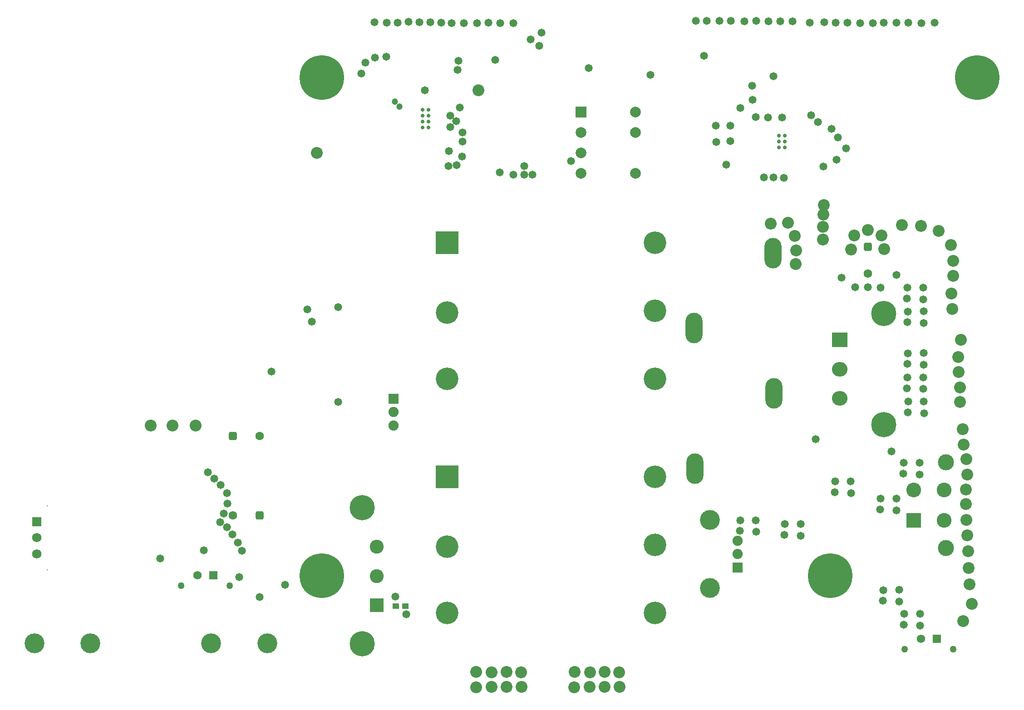
<source format=gbs>
G04*
G04 #@! TF.GenerationSoftware,Altium Limited,Altium Designer,22.5.1 (42)*
G04*
G04 Layer_Color=16711935*
%FSLAX25Y25*%
%MOIN*%
G70*
G04*
G04 #@! TF.SameCoordinates,02EF2946-DDE5-4D11-B7C9-AFF3A69701B4*
G04*
G04*
G04 #@! TF.FilePolarity,Negative*
G04*
G01*
G75*
%ADD59R,0.04737X0.04343*%
%ADD86C,0.16548*%
%ADD87R,0.16548X0.16548*%
%ADD88C,0.00800*%
%ADD89C,0.06800*%
%ADD90R,0.06800X0.06800*%
G04:AMPARAMS|DCode=91|XSize=63.12mil|YSize=63.12mil|CornerRadius=17.78mil|HoleSize=0mil|Usage=FLASHONLY|Rotation=90.000|XOffset=0mil|YOffset=0mil|HoleType=Round|Shape=RoundedRectangle|*
%AMROUNDEDRECTD91*
21,1,0.06312,0.02756,0,0,90.0*
21,1,0.02756,0.06312,0,0,90.0*
1,1,0.03556,0.01378,0.01378*
1,1,0.03556,0.01378,-0.01378*
1,1,0.03556,-0.01378,-0.01378*
1,1,0.03556,-0.01378,0.01378*
%
%ADD91ROUNDEDRECTD91*%
%ADD92C,0.06312*%
%ADD93C,0.05000*%
%ADD94C,0.06181*%
%ADD95R,0.06181X0.06181*%
%ADD96C,0.14580*%
%ADD97R,0.07493X0.07493*%
%ADD98C,0.07493*%
%ADD99C,0.07887*%
%ADD100R,0.07887X0.07887*%
%ADD101R,0.10249X0.10249*%
%ADD102C,0.10249*%
%ADD103C,0.18517*%
G04:AMPARAMS|DCode=104|XSize=63.12mil|YSize=63.12mil|CornerRadius=17.78mil|HoleSize=0mil|Usage=FLASHONLY|Rotation=0.000|XOffset=0mil|YOffset=0mil|HoleType=Round|Shape=RoundedRectangle|*
%AMROUNDEDRECTD104*
21,1,0.06312,0.02756,0,0,0.0*
21,1,0.02756,0.06312,0,0,0.0*
1,1,0.03556,0.01378,-0.01378*
1,1,0.03556,-0.01378,-0.01378*
1,1,0.03556,-0.01378,0.01378*
1,1,0.03556,0.01378,0.01378*
%
%ADD104ROUNDEDRECTD104*%
%ADD105R,0.11430X0.10642*%
%ADD106O,0.11430X0.10642*%
%ADD107O,0.12611X0.22453*%
%ADD108C,0.10827*%
%ADD109R,0.10827X0.10827*%
%ADD110C,0.11811*%
%ADD111C,0.32690*%
%ADD112C,0.05800*%
%ADD113C,0.08674*%
%ADD114C,0.02769*%
%ADD115C,0.04737*%
D59*
X552957Y67000D02*
D03*
X560043D02*
D03*
D86*
X590551Y110563D02*
D03*
Y61744D02*
D03*
X743504Y161744D02*
D03*
Y111744D02*
D03*
Y61744D02*
D03*
X590551Y282634D02*
D03*
Y233815D02*
D03*
X743504Y333815D02*
D03*
Y283815D02*
D03*
Y233815D02*
D03*
D87*
X590551Y161744D02*
D03*
Y333815D02*
D03*
D88*
X297087Y140650D02*
D03*
Y93405D02*
D03*
D89*
X289370Y117028D02*
D03*
Y105217D02*
D03*
D90*
Y128839D02*
D03*
D91*
X899650Y330744D02*
D03*
D92*
Y311059D02*
D03*
X433307Y133409D02*
D03*
X452992Y191909D02*
D03*
D93*
X926878Y35283D02*
D03*
X962311D02*
D03*
X395528Y81693D02*
D03*
X430961D02*
D03*
D94*
X938689Y43000D02*
D03*
X407339Y89409D02*
D03*
D95*
X950500Y43000D02*
D03*
X419150Y89409D02*
D03*
D96*
X783630Y130075D02*
D03*
Y80075D02*
D03*
X328878Y39500D02*
D03*
X458799D02*
D03*
X417500D02*
D03*
X287579D02*
D03*
D97*
X804150Y95217D02*
D03*
X551500Y219342D02*
D03*
D98*
X804150Y105059D02*
D03*
Y114902D02*
D03*
X551500Y199657D02*
D03*
Y209500D02*
D03*
D99*
X729000Y385000D02*
D03*
Y415000D02*
D03*
Y430000D02*
D03*
X689000Y385000D02*
D03*
Y400000D02*
D03*
Y415000D02*
D03*
D100*
Y430000D02*
D03*
D101*
X539000Y67583D02*
D03*
D102*
Y89000D02*
D03*
Y110417D02*
D03*
D103*
X528370Y39039D02*
D03*
Y139039D02*
D03*
X911472Y200043D02*
D03*
Y281941D02*
D03*
D104*
X452992Y133409D02*
D03*
X433307Y191909D02*
D03*
D105*
X879000Y262492D02*
D03*
D106*
Y240996D02*
D03*
Y219500D02*
D03*
D107*
X772776Y167941D02*
D03*
X830650Y223059D02*
D03*
X772150Y271059D02*
D03*
X830024Y326177D02*
D03*
D108*
X955854Y129780D02*
D03*
Y152220D02*
D03*
X933413D02*
D03*
D109*
Y129780D02*
D03*
D110*
X957134Y109425D02*
D03*
Y172575D02*
D03*
D111*
X498626Y89059D02*
D03*
X498650Y455059D02*
D03*
X980126D02*
D03*
X872126Y89059D02*
D03*
D112*
X414961Y165256D02*
D03*
X419783Y160433D02*
D03*
X424311Y155807D02*
D03*
X429035Y149902D02*
D03*
X429331Y142126D02*
D03*
X426575Y134941D02*
D03*
X440158Y107677D02*
D03*
X436909Y113681D02*
D03*
X433169Y119390D02*
D03*
X428937Y124902D02*
D03*
X423917Y128642D02*
D03*
X805906Y129921D02*
D03*
X817520Y130020D02*
D03*
X805610Y122047D02*
D03*
X817618Y121457D02*
D03*
X926280Y61122D02*
D03*
X937894Y61221D02*
D03*
X925984Y53248D02*
D03*
X937992Y52658D02*
D03*
X911024Y78642D02*
D03*
X922638Y78740D02*
D03*
X910728Y70768D02*
D03*
X922736Y70177D02*
D03*
X909153Y145768D02*
D03*
X920768Y145866D02*
D03*
X908858Y137894D02*
D03*
X920866Y137303D02*
D03*
X838681Y127067D02*
D03*
X850295Y127165D02*
D03*
X838386Y119193D02*
D03*
X850394Y118602D02*
D03*
X875591Y158366D02*
D03*
X887205Y158465D02*
D03*
X875295Y150492D02*
D03*
X887303Y149902D02*
D03*
X926083Y172146D02*
D03*
X937697Y172244D02*
D03*
X925787Y164272D02*
D03*
X937795Y163681D02*
D03*
X929232Y217028D02*
D03*
X940847Y217126D02*
D03*
X928937Y209154D02*
D03*
X940945Y208563D02*
D03*
X928642Y234842D02*
D03*
X940256Y234941D02*
D03*
X928347Y226969D02*
D03*
X940354Y226378D02*
D03*
X928937Y252658D02*
D03*
X940551Y252756D02*
D03*
X928642Y244783D02*
D03*
X940650Y244193D02*
D03*
X929035Y283268D02*
D03*
X940650Y283366D02*
D03*
X928740Y275394D02*
D03*
X940748Y274803D02*
D03*
X940354Y292224D02*
D03*
X928347Y292815D02*
D03*
X940256Y300787D02*
D03*
X928642Y300689D02*
D03*
X920768Y310335D02*
D03*
X880217Y308071D02*
D03*
X908957Y300886D02*
D03*
X890354Y301083D02*
D03*
X899705Y301181D02*
D03*
X830217Y456299D02*
D03*
X779528Y471161D02*
D03*
X817224Y426083D02*
D03*
X826378Y425886D02*
D03*
X836614Y425787D02*
D03*
X883760Y403150D02*
D03*
X867028Y389961D02*
D03*
X795669Y391142D02*
D03*
X823228Y381693D02*
D03*
X830315Y381890D02*
D03*
X837894Y381594D02*
D03*
X867717Y495768D02*
D03*
X875984Y495571D02*
D03*
X884842D02*
D03*
X894094Y495177D02*
D03*
X903445Y495079D02*
D03*
X911516Y495472D02*
D03*
X920571Y495374D02*
D03*
X929429Y495669D02*
D03*
X939173Y495177D02*
D03*
X948720Y495669D02*
D03*
X857185Y495472D02*
D03*
X844390Y496358D02*
D03*
X835335Y496654D02*
D03*
X826772Y496555D02*
D03*
X817717Y496752D02*
D03*
X809055Y496654D02*
D03*
X799213Y496752D02*
D03*
X790551D02*
D03*
X781496D02*
D03*
X773425Y496949D02*
D03*
X653445Y383858D02*
D03*
X647342Y390059D02*
D03*
X647441Y383858D02*
D03*
X537500Y495768D02*
D03*
X546260Y495472D02*
D03*
X554331D02*
D03*
X562402Y496063D02*
D03*
X570472Y495866D02*
D03*
X578248D02*
D03*
X586319Y495472D02*
D03*
X594193Y495079D02*
D03*
X603150Y495276D02*
D03*
X694587Y462303D02*
D03*
X626083Y468209D02*
D03*
X612747Y495278D02*
D03*
X621163Y495355D02*
D03*
X629733Y495278D02*
D03*
X639468Y495276D02*
D03*
X527756Y458169D02*
D03*
X530610Y466043D02*
D03*
X537795Y469980D02*
D03*
X546161Y470669D02*
D03*
X491240Y275689D02*
D03*
X599000Y467588D02*
D03*
X597800Y390812D02*
D03*
X591700Y390300D02*
D03*
X602051Y414900D02*
D03*
X601700Y397300D02*
D03*
X602051Y408200D02*
D03*
X598300Y460700D02*
D03*
X658400Y478400D02*
D03*
X876600Y394900D02*
D03*
X877600Y411100D02*
D03*
X873100Y417600D02*
D03*
X863100Y422500D02*
D03*
X857900Y427600D02*
D03*
X798800Y408600D02*
D03*
X788300Y407900D02*
D03*
X788000Y419800D02*
D03*
X798800Y420000D02*
D03*
X806200Y432700D02*
D03*
X815100Y438800D02*
D03*
X814600Y449100D02*
D03*
X739900Y457200D02*
D03*
X629500Y385600D02*
D03*
X600000Y433100D02*
D03*
X681600Y393900D02*
D03*
X639300Y384000D02*
D03*
X574400Y445700D02*
D03*
X652100Y483200D02*
D03*
X660200Y488200D02*
D03*
X597500Y423100D02*
D03*
X592900Y427100D02*
D03*
X592000Y401200D02*
D03*
X593200Y418900D02*
D03*
X510600Y217000D02*
D03*
X461800Y239200D02*
D03*
X510800Y286400D02*
D03*
X488000Y284900D02*
D03*
X552700Y73700D02*
D03*
X560600Y60700D02*
D03*
X438100Y88300D02*
D03*
X452900Y73600D02*
D03*
X471800Y82400D02*
D03*
X917000Y180500D02*
D03*
X861300Y189600D02*
D03*
X380000Y102000D02*
D03*
X412000Y108000D02*
D03*
D113*
X717126Y18209D02*
D03*
X717421Y7382D02*
D03*
X706398D02*
D03*
X706496Y18602D02*
D03*
X695571Y18307D02*
D03*
X695472Y7579D02*
D03*
X684154Y7283D02*
D03*
X684350Y18602D02*
D03*
X612205D02*
D03*
X612008Y7283D02*
D03*
X623327Y7579D02*
D03*
X623425Y18307D02*
D03*
X634350Y18602D02*
D03*
X634252Y7382D02*
D03*
X645276D02*
D03*
X644980Y18209D02*
D03*
X613596Y445746D02*
D03*
X494900Y399800D02*
D03*
X962500Y320400D02*
D03*
X961800Y285300D02*
D03*
X960900Y296500D02*
D03*
X962300Y309600D02*
D03*
X968100Y262600D02*
D03*
X969500Y196700D02*
D03*
X967400Y216700D02*
D03*
X867400Y361410D02*
D03*
X828500Y347800D02*
D03*
X846600Y318100D02*
D03*
X866700Y345500D02*
D03*
X866800Y336100D02*
D03*
X969800Y56000D02*
D03*
X975900Y68600D02*
D03*
X974300Y82800D02*
D03*
X973600Y94800D02*
D03*
X973400Y107200D02*
D03*
X972700Y118900D02*
D03*
X972100Y130200D02*
D03*
X971700Y141900D02*
D03*
X971800Y152600D02*
D03*
X972700Y163400D02*
D03*
X972000Y175000D02*
D03*
X970100Y185600D02*
D03*
X967400Y227500D02*
D03*
X966300Y238700D02*
D03*
X966100Y250000D02*
D03*
X960700Y332100D02*
D03*
X951600Y342600D02*
D03*
X938700Y346200D02*
D03*
X924743Y346921D02*
D03*
X867200Y354500D02*
D03*
X909600Y339100D02*
D03*
X911700Y329200D02*
D03*
X899600Y343100D02*
D03*
X889700Y339300D02*
D03*
X887500Y328700D02*
D03*
X847000Y328300D02*
D03*
X846100Y338900D02*
D03*
X841100Y348600D02*
D03*
X406000Y199500D02*
D03*
X389000D02*
D03*
X373000D02*
D03*
D114*
X834417Y412433D02*
D03*
X838748D02*
D03*
X834417Y408102D02*
D03*
X838748D02*
D03*
X834417Y403772D02*
D03*
X838748D02*
D03*
X577116Y418395D02*
D03*
X572785D02*
D03*
X577116Y422725D02*
D03*
X572785D02*
D03*
X577116Y427056D02*
D03*
X572785D02*
D03*
X577116Y431387D02*
D03*
X572785D02*
D03*
D115*
X555700Y433700D02*
D03*
X552500Y437600D02*
D03*
M02*

</source>
